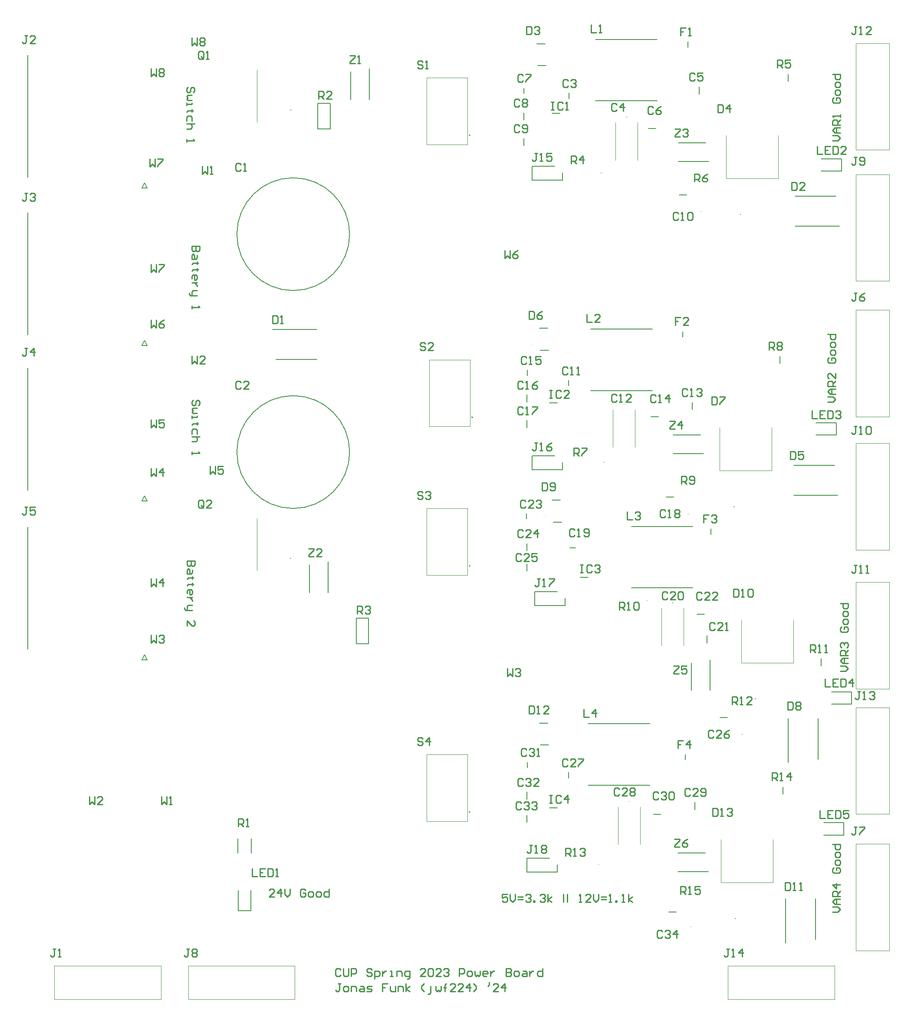
<source format=gto>
G04*
G04 #@! TF.GenerationSoftware,Altium Limited,Altium Designer,23.1.1 (15)*
G04*
G04 Layer_Color=65535*
%FSLAX44Y44*%
%MOMM*%
G71*
G04*
G04 #@! TF.SameCoordinates,0EA7A712-66D5-4987-9214-F4AEDCE7AAE5*
G04*
G04*
G04 #@! TF.FilePolarity,Positive*
G04*
G01*
G75*
%ADD10C,0.2000*%
%ADD11C,0.1000*%
%ADD12C,0.1524*%
%ADD13C,0.1270*%
%ADD14C,0.2540*%
D10*
X1225500Y1218400D02*
G03*
X1225500Y1218400I-500J0D01*
G01*
X1176000Y320000D02*
G03*
X1176000Y320000I-500J0D01*
G01*
X1186000Y1105000D02*
G03*
X1186000Y1105000I-500J0D01*
G01*
X1181000Y1670000D02*
G03*
X1181000Y1670000I-500J0D01*
G01*
X1375500Y1594000D02*
G03*
X1375500Y1594000I-500J0D01*
G01*
X1350500Y1004500D02*
G03*
X1350500Y1004500I-500J0D01*
G01*
X1320500Y831000D02*
G03*
X1320500Y831000I-500J0D01*
G01*
X1270500Y835500D02*
G03*
X1270500Y835500I-500J0D01*
G01*
X1455500Y574500D02*
G03*
X1455500Y574500I-500J0D01*
G01*
X1355500Y199000D02*
G03*
X1355500Y199000I-500J0D01*
G01*
X1482150Y644000D02*
G03*
X1482150Y643000I0J-500D01*
G01*
D02*
G03*
X1482150Y644000I0J500D01*
G01*
D02*
G03*
X1482150Y643000I0J-500D01*
G01*
X574550Y1792500D02*
G03*
X575550Y1792500I500J0D01*
G01*
D02*
G03*
X574550Y1792500I-500J0D01*
G01*
D02*
G03*
X575550Y1792500I500J0D01*
G01*
X690000Y1125000D02*
G03*
X690000Y1125000I-110000J0D01*
G01*
Y1550000D02*
G03*
X690000Y1550000I-110000J0D01*
G01*
X574550Y917500D02*
G03*
X575550Y917500I500J0D01*
G01*
D02*
G03*
X574550Y917500I-500J0D01*
G01*
D02*
G03*
X575550Y917500I500J0D01*
G01*
X924000Y1744000D02*
G03*
X924000Y1742000I0J-1000D01*
G01*
D02*
G03*
X924000Y1744000I0J1000D01*
G01*
X1452150Y1589000D02*
G03*
X1452150Y1588000I0J-500D01*
G01*
D02*
G03*
X1452150Y1589000I0J500D01*
G01*
D02*
G03*
X1452150Y1588000I0J-500D01*
G01*
X1230500Y1778400D02*
G03*
X1230500Y1778400I-500J0D01*
G01*
X929000Y1194000D02*
G03*
X929000Y1192000I0J-1000D01*
G01*
D02*
G03*
X929000Y1194000I0J1000D01*
G01*
X1440000Y1019100D02*
G03*
X1440000Y1018100I0J-500D01*
G01*
D02*
G03*
X1440000Y1019100I0J500D01*
G01*
D02*
G03*
X1440000Y1018100I0J-500D01*
G01*
X924000Y904000D02*
G03*
X924000Y902000I0J-1000D01*
G01*
D02*
G03*
X924000Y904000I0J1000D01*
G01*
Y424000D02*
G03*
X924000Y422000I0J-1000D01*
G01*
D02*
G03*
X924000Y424000I0J1000D01*
G01*
X1442150Y215900D02*
G03*
X1442150Y214900I0J-500D01*
G01*
D02*
G03*
X1442150Y215900I0J500D01*
G01*
D02*
G03*
X1442150Y214900I0J-500D01*
G01*
X1235500Y443400D02*
G03*
X1235500Y443400I-500J0D01*
G01*
X473000Y230750D02*
Y270000D01*
Y230750D02*
X497000D01*
Y270000D01*
X1630000Y633000D02*
X1669250D01*
Y657000D01*
X1630000D02*
X1669250D01*
X1036200Y893000D02*
Y907000D01*
Y403000D02*
Y417000D01*
X1333000Y1626900D02*
X1347000D01*
X1308000Y1036900D02*
X1322000D01*
X1386900Y753000D02*
Y767000D01*
X1356900Y660320D02*
Y713680D01*
X1393100Y660320D02*
Y719750D01*
X1413000Y606900D02*
X1427000D01*
X1313000Y228100D02*
X1327000D01*
X1085250Y1785800D02*
X1100500D01*
X1363100Y428000D02*
Y442000D01*
X1358100Y1208000D02*
Y1222000D01*
X1371900Y1823000D02*
Y1837000D01*
X703000Y751000D02*
X727000D01*
Y801000D01*
X703000D02*
X727000D01*
X703000Y751000D02*
Y801000D01*
X540000Y1364220D02*
X625700D01*
X546300Y1305780D02*
X625700D01*
X691880Y1812980D02*
Y1867020D01*
X728120Y1812980D02*
Y1872750D01*
X628000Y1755000D02*
Y1805000D01*
X652000D01*
Y1755000D02*
Y1805000D01*
X628000Y1755000D02*
X652000D01*
X611880Y850980D02*
Y905020D01*
X648120Y850980D02*
Y910750D01*
X1118200Y1814750D02*
Y1825250D01*
X1559300Y1565780D02*
X1645000D01*
X1559300Y1624220D02*
X1638700D01*
X1350000Y1914750D02*
Y1925250D01*
X1331320Y1691900D02*
X1390750D01*
X1331320Y1728100D02*
X1384680D01*
X1057300Y1878500D02*
X1073300D01*
X1057300D02*
X1073300D01*
X1055300Y1921500D02*
X1071300D01*
X1055300D02*
X1071300D01*
X1545500Y1848000D02*
Y1862000D01*
X1273000Y1756300D02*
X1287000D01*
X1030000Y1723000D02*
Y1737000D01*
Y1773000D02*
Y1787000D01*
Y1824750D02*
Y1835250D01*
X1045900Y1682700D02*
X1090000D01*
X1045900Y1655450D02*
Y1682700D01*
Y1655450D02*
X1105200D01*
Y1670000D01*
X1610000Y1697000D02*
X1649250D01*
Y1673000D02*
Y1697000D01*
X1610000Y1673000D02*
X1649250D01*
X1116800Y1254750D02*
Y1265250D01*
X1556300Y1040780D02*
X1642000D01*
X1556300Y1099220D02*
X1635700D01*
X1339700Y1349750D02*
Y1360250D01*
X1080250Y1220800D02*
X1095500D01*
X1321320Y1121900D02*
X1380750D01*
X1321320Y1158100D02*
X1374680D01*
X1062300Y1323500D02*
X1078300D01*
X1062300D02*
X1078300D01*
X1060300Y1366500D02*
X1076300D01*
X1060300D02*
X1076300D01*
X1529500Y1298000D02*
Y1312000D01*
X1278000Y1193700D02*
X1292000D01*
X1036200Y1173000D02*
Y1187000D01*
Y1223000D02*
Y1237000D01*
X1036800Y1274750D02*
Y1285250D01*
X1045900Y1117700D02*
X1090000D01*
X1045900Y1090450D02*
Y1117700D01*
Y1090450D02*
X1105200D01*
Y1105000D01*
X1600000Y1182000D02*
X1639250D01*
Y1158000D02*
Y1182000D01*
X1600000Y1158000D02*
X1639250D01*
X1119750Y938200D02*
X1130250D01*
X1545780Y520000D02*
Y605700D01*
X1604220Y526300D02*
Y605700D01*
X1395000Y964750D02*
Y975250D01*
X1140250Y880800D02*
X1155500D01*
X1087300Y988500D02*
X1103300D01*
X1087300D02*
X1103300D01*
X1085300Y1031500D02*
X1101300D01*
X1085300D02*
X1101300D01*
X1609500Y708000D02*
Y722000D01*
X1368000Y808700D02*
X1382000D01*
X1036200Y933000D02*
Y947000D01*
X1035000Y994750D02*
Y1005250D01*
X1051300Y852700D02*
X1095400D01*
X1051300Y825450D02*
Y852700D01*
Y825450D02*
X1110600D01*
Y840000D01*
X1116800Y489750D02*
Y500250D01*
X1540780Y168000D02*
Y253700D01*
X1599220Y174300D02*
Y253700D01*
X1344700Y524750D02*
Y535250D01*
X1080250Y430800D02*
X1095500D01*
X1330320Y306900D02*
X1389750D01*
X1330320Y343100D02*
X1383680D01*
X1062300Y553500D02*
X1078300D01*
X1062300D02*
X1078300D01*
X1060300Y596500D02*
X1076300D01*
X1060300D02*
X1076300D01*
X1535000Y458000D02*
Y472000D01*
X1283000Y418700D02*
X1297000D01*
X1036200Y448000D02*
Y462000D01*
X1036800Y509750D02*
Y520250D01*
X1035900Y332700D02*
X1080000D01*
X1035900Y305450D02*
Y332700D01*
Y305450D02*
X1095200D01*
Y320000D01*
X1615000Y402000D02*
X1654250D01*
Y378000D02*
Y402000D01*
X1615000Y378000D02*
X1654250D01*
D11*
X1039300Y1890000D02*
G03*
X1039300Y1889000I0J-500D01*
G01*
D02*
G03*
X1039300Y1890000I0J500D01*
G01*
X1044300Y1335000D02*
G03*
X1044300Y1334000I0J-500D01*
G01*
D02*
G03*
X1044300Y1335000I0J500D01*
G01*
X1069300Y1000000D02*
G03*
X1069300Y999000I0J-500D01*
G01*
D02*
G03*
X1069300Y1000000I0J500D01*
G01*
X1044300Y565000D02*
G03*
X1044300Y564000I0J-500D01*
G01*
D02*
G03*
X1044300Y565000I0J500D01*
G01*
X1203500Y1134700D02*
Y1207700D01*
X1246500Y1134700D02*
Y1207700D01*
X1677500Y418800D02*
X1742500D01*
Y626600D01*
X1677500D02*
X1742500D01*
X1677500Y418800D02*
Y626600D01*
X1298500Y747300D02*
Y820300D01*
X1341500Y747300D02*
Y820300D01*
X1555800Y713650D02*
Y797500D01*
Y713650D02*
Y797500D01*
X1454200Y713650D02*
X1555800D01*
X1454200D02*
X1555800D01*
X1454200D02*
Y797500D01*
Y713650D02*
Y797500D01*
X114200Y57500D02*
X322000D01*
X114200D02*
Y122500D01*
X322000D01*
Y57500D02*
Y122500D01*
X509000Y1769200D02*
Y1870800D01*
Y894200D02*
Y995800D01*
X1677500Y934200D02*
Y1142000D01*
X1742500D01*
Y934200D02*
Y1142000D01*
X1677500Y934200D02*
X1742500D01*
X1677500Y1458800D02*
Y1666600D01*
X1742500D01*
Y1458800D02*
Y1666600D01*
X1677500Y1458800D02*
X1742500D01*
X375000Y57500D02*
X582800D01*
X375000D02*
Y122500D01*
X582800D01*
Y57500D02*
Y122500D01*
X1742500Y152600D02*
Y360400D01*
X1677500Y152600D02*
X1742500D01*
X1677500D02*
Y360400D01*
X1742500D01*
X1677500Y1194200D02*
Y1402000D01*
X1742500D01*
Y1194200D02*
Y1402000D01*
X1677500Y1194200D02*
X1742500D01*
X1428000Y57500D02*
X1635800D01*
X1428000D02*
Y122500D01*
X1635800D01*
Y57500D02*
Y122500D01*
X1677500Y1714200D02*
Y1922000D01*
X1742500D01*
Y1714200D02*
Y1922000D01*
X1677500Y1714200D02*
X1742500D01*
X1677500Y663400D02*
Y871200D01*
X1742500D01*
Y663400D02*
Y871200D01*
X1677500Y663400D02*
X1742500D01*
X840500Y1855000D02*
X919500D01*
Y1725000D02*
Y1855000D01*
X840500Y1725000D02*
X919500D01*
X840500D02*
Y1855000D01*
X1424200Y1658650D02*
Y1742500D01*
Y1658650D02*
Y1742500D01*
Y1658650D02*
X1525800D01*
X1424200D02*
X1525800D01*
Y1742500D01*
Y1658650D02*
Y1742500D01*
X1251500Y1694700D02*
Y1767700D01*
X1208500Y1694700D02*
Y1767700D01*
X845500Y1305000D02*
X924500D01*
Y1175000D02*
Y1305000D01*
X845500Y1175000D02*
X924500D01*
X845500D02*
Y1305000D01*
X1412050Y1088750D02*
Y1172600D01*
Y1088750D02*
Y1172600D01*
Y1088750D02*
X1513650D01*
X1412050D02*
X1513650D01*
Y1172600D01*
Y1088750D02*
Y1172600D01*
X840500Y1015000D02*
X919500D01*
Y885000D02*
Y1015000D01*
X840500Y885000D02*
X919500D01*
X840500D02*
Y1015000D01*
Y535000D02*
X919500D01*
Y405000D02*
Y535000D01*
X840500Y405000D02*
X919500D01*
X840500D02*
Y535000D01*
X1414200Y285550D02*
Y369400D01*
Y285550D02*
Y369400D01*
Y285550D02*
X1515800D01*
X1414200D02*
X1515800D01*
Y369400D01*
Y285550D02*
Y369400D01*
X1256500Y359700D02*
Y432700D01*
X1213500Y359700D02*
Y432700D01*
D12*
X471792Y342662D02*
Y370602D01*
X498208Y342662D02*
Y370602D01*
D13*
X62050Y1660900D02*
Y1899100D01*
X285000Y1640000D02*
X295000D01*
X285000D02*
X290000Y1650000D01*
X295000Y1640000D01*
X62050Y1353600D02*
Y1591800D01*
X285000Y1332700D02*
X295000D01*
X285000D02*
X290000Y1342700D01*
X295000Y1332700D01*
X62050Y1050900D02*
Y1289100D01*
X285000Y1030000D02*
X295000D01*
X285000D02*
X290000Y1040000D01*
X295000Y1030000D01*
X62050Y740900D02*
Y979100D01*
X285000Y720000D02*
X295000D01*
X285000D02*
X290000Y730000D01*
X295000Y720000D01*
X1169500Y1810000D02*
X1289500D01*
X1169500Y1930000D02*
X1289500D01*
X1160500Y1245000D02*
X1280500D01*
X1160500Y1365000D02*
X1280500D01*
X1239500Y860000D02*
X1359500D01*
X1239500Y980000D02*
X1359500D01*
X1155000Y475000D02*
X1275000D01*
X1155000Y595000D02*
X1275000D01*
D14*
X1211113Y1235078D02*
X1208574Y1237617D01*
X1203495D01*
X1200956Y1235078D01*
Y1224922D01*
X1203495Y1222383D01*
X1208574D01*
X1211113Y1224922D01*
X1216191Y1222383D02*
X1221270D01*
X1218730D01*
Y1237617D01*
X1216191Y1235078D01*
X1239044Y1222383D02*
X1228887D01*
X1239044Y1232539D01*
Y1235078D01*
X1236505Y1237617D01*
X1231426D01*
X1228887Y1235078D01*
X382540Y1932775D02*
Y1917540D01*
X387618Y1922618D01*
X392697Y1917540D01*
Y1932775D01*
X397775Y1930236D02*
X400314Y1932775D01*
X405393D01*
X407932Y1930236D01*
Y1927697D01*
X405393Y1925157D01*
X407932Y1922618D01*
Y1920079D01*
X405393Y1917540D01*
X400314D01*
X397775Y1920079D01*
Y1922618D01*
X400314Y1925157D01*
X397775Y1927697D01*
Y1930236D01*
X400314Y1925157D02*
X405393D01*
X302540Y1872775D02*
Y1857540D01*
X307618Y1862618D01*
X312697Y1857540D01*
Y1872775D01*
X317775Y1870236D02*
X320314Y1872775D01*
X325393D01*
X327932Y1870236D01*
Y1867697D01*
X325393Y1865157D01*
X327932Y1862618D01*
Y1860079D01*
X325393Y1857540D01*
X320314D01*
X317775Y1860079D01*
Y1862618D01*
X320314Y1865157D01*
X317775Y1867697D01*
Y1870236D01*
X320314Y1865157D02*
X325393D01*
X300398Y1696734D02*
Y1681499D01*
X305476Y1686578D01*
X310555Y1681499D01*
Y1696734D01*
X315633D02*
X325790D01*
Y1694195D01*
X315633Y1684039D01*
Y1681499D01*
X302943Y1491236D02*
Y1476001D01*
X308021Y1481079D01*
X313099Y1476001D01*
Y1491236D01*
X318178D02*
X328334D01*
Y1488697D01*
X318178Y1478540D01*
Y1476001D01*
X992540Y1517775D02*
Y1502540D01*
X997618Y1507618D01*
X1002697Y1502540D01*
Y1517775D01*
X1017932D02*
X1012853Y1515236D01*
X1007775Y1510157D01*
Y1505079D01*
X1010314Y1502540D01*
X1015393D01*
X1017932Y1505079D01*
Y1507618D01*
X1015393Y1510157D01*
X1007775D01*
X302540Y1382775D02*
Y1367540D01*
X307618Y1372618D01*
X312697Y1367540D01*
Y1382775D01*
X327932D02*
X322853Y1380236D01*
X317775Y1375157D01*
Y1370079D01*
X320314Y1367540D01*
X325393D01*
X327932Y1370079D01*
Y1372618D01*
X325393Y1375157D01*
X317775D01*
X417540Y1097775D02*
Y1082540D01*
X422618Y1087618D01*
X427697Y1082540D01*
Y1097775D01*
X442932D02*
X432775D01*
Y1090157D01*
X437853Y1092697D01*
X440393D01*
X442932Y1090157D01*
Y1085079D01*
X440393Y1082540D01*
X435314D01*
X432775Y1085079D01*
X302540Y1187775D02*
Y1172540D01*
X307618Y1177618D01*
X312697Y1172540D01*
Y1187775D01*
X327932D02*
X317775D01*
Y1180157D01*
X322853Y1182697D01*
X325393D01*
X327932Y1180157D01*
Y1175079D01*
X325393Y1172540D01*
X320314D01*
X317775Y1175079D01*
X302540Y1092775D02*
Y1077540D01*
X307618Y1082618D01*
X312697Y1077540D01*
Y1092775D01*
X325393Y1077540D02*
Y1092775D01*
X317775Y1085157D01*
X327932D01*
X302540Y877775D02*
Y862540D01*
X307618Y867618D01*
X312697Y862540D01*
Y877775D01*
X325393Y862540D02*
Y877775D01*
X317775Y870157D01*
X327932D01*
X997540Y702775D02*
Y687540D01*
X1002618Y692618D01*
X1007697Y687540D01*
Y702775D01*
X1012775Y700236D02*
X1015314Y702775D01*
X1020393D01*
X1022932Y700236D01*
Y697697D01*
X1020393Y695157D01*
X1017853D01*
X1020393D01*
X1022932Y692618D01*
Y690079D01*
X1020393Y687540D01*
X1015314D01*
X1012775Y690079D01*
X302540Y767775D02*
Y752540D01*
X307618Y757618D01*
X312697Y752540D01*
Y767775D01*
X317775Y765236D02*
X320314Y767775D01*
X325393D01*
X327932Y765236D01*
Y762697D01*
X325393Y760157D01*
X322853D01*
X325393D01*
X327932Y757618D01*
Y755079D01*
X325393Y752540D01*
X320314D01*
X317775Y755079D01*
X182540Y452775D02*
Y437540D01*
X187618Y442618D01*
X192697Y437540D01*
Y452775D01*
X207932Y437540D02*
X197775D01*
X207932Y447697D01*
Y450236D01*
X205393Y452775D01*
X200314D01*
X197775Y450236D01*
X382540Y1312775D02*
Y1297540D01*
X387618Y1302618D01*
X392697Y1297540D01*
Y1312775D01*
X407932Y1297540D02*
X397775D01*
X407932Y1307697D01*
Y1310236D01*
X405393Y1312775D01*
X400314D01*
X397775Y1310236D01*
X402540Y1682775D02*
Y1667540D01*
X407618Y1672618D01*
X412697Y1667540D01*
Y1682775D01*
X417775Y1667540D02*
X422853D01*
X420314D01*
Y1682775D01*
X417775Y1680236D01*
X322540Y452775D02*
Y437540D01*
X327618Y442618D01*
X332697Y437540D01*
Y452775D01*
X337775Y437540D02*
X342853D01*
X340314D01*
Y452775D01*
X337775Y450236D01*
X387853Y912460D02*
X372618D01*
Y904843D01*
X375158Y902303D01*
X377697D01*
X380236Y904843D01*
Y912460D01*
Y904843D01*
X382775Y902303D01*
X385314D01*
X387853Y904843D01*
Y912460D01*
X382775Y894686D02*
Y889607D01*
X380236Y887068D01*
X372618D01*
Y894686D01*
X375158Y897225D01*
X377697Y894686D01*
Y887068D01*
X385314Y879451D02*
X382775D01*
Y881990D01*
Y876911D01*
Y879451D01*
X375158D01*
X372618Y876911D01*
X385314Y866755D02*
X382775D01*
Y869294D01*
Y864216D01*
Y866755D01*
X375158D01*
X372618Y864216D01*
Y848980D02*
Y854059D01*
X375158Y856598D01*
X380236D01*
X382775Y854059D01*
Y848980D01*
X380236Y846441D01*
X377697D01*
Y856598D01*
X382775Y841363D02*
X372618D01*
X377697D01*
X380236Y838824D01*
X382775Y836285D01*
Y833745D01*
Y826128D02*
X375158D01*
X372618Y823589D01*
Y815971D01*
X370079D01*
X367540Y818510D01*
Y821050D01*
X372618Y815971D02*
X382775D01*
X372618Y785501D02*
Y795658D01*
X382775Y785501D01*
X385314D01*
X387853Y788040D01*
Y793119D01*
X385314Y795658D01*
X394758Y1216327D02*
X397297Y1218866D01*
Y1223944D01*
X394758Y1226483D01*
X392219D01*
X389679Y1223944D01*
Y1218866D01*
X387140Y1216327D01*
X384601D01*
X382062Y1218866D01*
Y1223944D01*
X384601Y1226483D01*
X392219Y1211248D02*
X384601D01*
X382062Y1208709D01*
X384601Y1206170D01*
X382062Y1203631D01*
X384601Y1201092D01*
X392219D01*
X382062Y1196013D02*
Y1190935D01*
Y1193474D01*
X392219D01*
Y1196013D01*
X394758Y1180778D02*
X392219D01*
Y1183317D01*
Y1178239D01*
Y1180778D01*
X384601D01*
X382062Y1178239D01*
X392219Y1160465D02*
Y1168082D01*
X389679Y1170621D01*
X384601D01*
X382062Y1168082D01*
Y1160465D01*
X397297Y1155387D02*
X382062D01*
X389679D01*
X392219Y1152847D01*
Y1147769D01*
X389679Y1145230D01*
X382062D01*
Y1124916D02*
Y1119838D01*
Y1122377D01*
X397297D01*
X394758Y1124916D01*
X397375Y1526483D02*
X382140D01*
Y1518866D01*
X384679Y1516327D01*
X387219D01*
X389758Y1518866D01*
Y1526483D01*
Y1518866D01*
X392297Y1516327D01*
X394836D01*
X397375Y1518866D01*
Y1526483D01*
X392297Y1508709D02*
Y1503631D01*
X389758Y1501092D01*
X382140D01*
Y1508709D01*
X384679Y1511248D01*
X387219Y1508709D01*
Y1501092D01*
X394836Y1493474D02*
X392297D01*
Y1496013D01*
Y1490935D01*
Y1493474D01*
X384679D01*
X382140Y1490935D01*
X394836Y1480778D02*
X392297D01*
Y1483317D01*
Y1478239D01*
Y1480778D01*
X384679D01*
X382140Y1478239D01*
Y1463004D02*
Y1468082D01*
X384679Y1470621D01*
X389758D01*
X392297Y1468082D01*
Y1463004D01*
X389758Y1460465D01*
X387219D01*
Y1470621D01*
X392297Y1455387D02*
X382140D01*
X387219D01*
X389758Y1452847D01*
X392297Y1450308D01*
Y1447769D01*
Y1440151D02*
X384679D01*
X382140Y1437612D01*
Y1429995D01*
X379601D01*
X377062Y1432534D01*
Y1435073D01*
X382140Y1429995D02*
X392297D01*
X382140Y1409681D02*
Y1404603D01*
Y1407142D01*
X397375D01*
X394836Y1409681D01*
X384758Y1826327D02*
X387297Y1828866D01*
Y1833944D01*
X384758Y1836483D01*
X382219D01*
X379680Y1833944D01*
Y1828866D01*
X377140Y1826327D01*
X374601D01*
X372062Y1828866D01*
Y1833944D01*
X374601Y1836483D01*
X382219Y1821248D02*
X374601D01*
X372062Y1818709D01*
X374601Y1816170D01*
X372062Y1813631D01*
X374601Y1811092D01*
X382219D01*
X372062Y1806013D02*
Y1800935D01*
Y1803474D01*
X382219D01*
Y1806013D01*
X384758Y1790778D02*
X382219D01*
Y1793317D01*
Y1788239D01*
Y1790778D01*
X374601D01*
X372062Y1788239D01*
X382219Y1770465D02*
Y1778082D01*
X379680Y1780621D01*
X374601D01*
X372062Y1778082D01*
Y1770465D01*
X387297Y1765387D02*
X372062D01*
X379680D01*
X382219Y1762847D01*
Y1757769D01*
X379680Y1755230D01*
X372062D01*
Y1734916D02*
Y1729838D01*
Y1732377D01*
X387297D01*
X384758Y1734916D01*
X1632225Y227540D02*
X1642382D01*
X1647460Y232618D01*
X1642382Y237697D01*
X1632225D01*
X1647460Y242775D02*
X1637303D01*
X1632225Y247853D01*
X1637303Y252932D01*
X1647460D01*
X1639843D01*
Y242775D01*
X1647460Y258010D02*
X1632225D01*
Y265628D01*
X1634764Y268167D01*
X1639843D01*
X1642382Y265628D01*
Y258010D01*
Y263088D02*
X1647460Y268167D01*
Y280863D02*
X1632225D01*
X1639843Y273245D01*
Y283402D01*
X1634764Y313872D02*
X1632225Y311333D01*
Y306255D01*
X1634764Y303715D01*
X1644921D01*
X1647460Y306255D01*
Y311333D01*
X1644921Y313872D01*
X1639843D01*
Y308794D01*
X1647460Y321490D02*
Y326568D01*
X1644921Y329107D01*
X1639843D01*
X1637303Y326568D01*
Y321490D01*
X1639843Y318950D01*
X1644921D01*
X1647460Y321490D01*
Y336725D02*
Y341803D01*
X1644921Y344342D01*
X1639843D01*
X1637303Y341803D01*
Y336725D01*
X1639843Y334185D01*
X1644921D01*
X1647460Y336725D01*
X1632225Y359577D02*
X1647460D01*
Y351960D01*
X1644921Y349421D01*
X1639843D01*
X1637303Y351960D01*
Y359577D01*
X1647225Y697540D02*
X1657382D01*
X1662460Y702618D01*
X1657382Y707697D01*
X1647225D01*
X1662460Y712775D02*
X1652303D01*
X1647225Y717853D01*
X1652303Y722932D01*
X1662460D01*
X1654842D01*
Y712775D01*
X1662460Y728010D02*
X1647225D01*
Y735628D01*
X1649764Y738167D01*
X1654842D01*
X1657382Y735628D01*
Y728010D01*
Y733089D02*
X1662460Y738167D01*
X1649764Y743245D02*
X1647225Y745784D01*
Y750863D01*
X1649764Y753402D01*
X1652303D01*
X1654842Y750863D01*
Y748324D01*
Y750863D01*
X1657382Y753402D01*
X1659921D01*
X1662460Y750863D01*
Y745784D01*
X1659921Y743245D01*
X1649764Y783872D02*
X1647225Y781333D01*
Y776255D01*
X1649764Y773715D01*
X1659921D01*
X1662460Y776255D01*
Y781333D01*
X1659921Y783872D01*
X1654842D01*
Y778794D01*
X1662460Y791490D02*
Y796568D01*
X1659921Y799107D01*
X1654842D01*
X1652303Y796568D01*
Y791490D01*
X1654842Y788950D01*
X1659921D01*
X1662460Y791490D01*
Y806725D02*
Y811803D01*
X1659921Y814342D01*
X1654842D01*
X1652303Y811803D01*
Y806725D01*
X1654842Y804185D01*
X1659921D01*
X1662460Y806725D01*
X1647225Y829577D02*
X1662460D01*
Y821960D01*
X1659921Y819421D01*
X1654842D01*
X1652303Y821960D01*
Y829577D01*
X1622225Y1222540D02*
X1632382D01*
X1637460Y1227618D01*
X1632382Y1232697D01*
X1622225D01*
X1637460Y1237775D02*
X1627303D01*
X1622225Y1242853D01*
X1627303Y1247932D01*
X1637460D01*
X1629843D01*
Y1237775D01*
X1637460Y1253010D02*
X1622225D01*
Y1260628D01*
X1624764Y1263167D01*
X1629843D01*
X1632382Y1260628D01*
Y1253010D01*
Y1258089D02*
X1637460Y1263167D01*
Y1278402D02*
Y1268245D01*
X1627303Y1278402D01*
X1624764D01*
X1622225Y1275863D01*
Y1270784D01*
X1624764Y1268245D01*
Y1308872D02*
X1622225Y1306333D01*
Y1301254D01*
X1624764Y1298715D01*
X1634921D01*
X1637460Y1301254D01*
Y1306333D01*
X1634921Y1308872D01*
X1629843D01*
Y1303794D01*
X1637460Y1316490D02*
Y1321568D01*
X1634921Y1324107D01*
X1629843D01*
X1627303Y1321568D01*
Y1316490D01*
X1629843Y1313950D01*
X1634921D01*
X1637460Y1316490D01*
Y1331725D02*
Y1336803D01*
X1634921Y1339342D01*
X1629843D01*
X1627303Y1336803D01*
Y1331725D01*
X1629843Y1329185D01*
X1634921D01*
X1637460Y1331725D01*
X1622225Y1354577D02*
X1637460D01*
Y1346960D01*
X1634921Y1344421D01*
X1629843D01*
X1627303Y1346960D01*
Y1354577D01*
X1632225Y1732540D02*
X1642382D01*
X1647460Y1737618D01*
X1642382Y1742697D01*
X1632225D01*
X1647460Y1747775D02*
X1637303D01*
X1632225Y1752853D01*
X1637303Y1757932D01*
X1647460D01*
X1639843D01*
Y1747775D01*
X1647460Y1763010D02*
X1632225D01*
Y1770628D01*
X1634764Y1773167D01*
X1639843D01*
X1642382Y1770628D01*
Y1763010D01*
Y1768089D02*
X1647460Y1773167D01*
Y1778245D02*
Y1783324D01*
Y1780784D01*
X1632225D01*
X1634764Y1778245D01*
Y1816333D02*
X1632225Y1813794D01*
Y1808715D01*
X1634764Y1806176D01*
X1644921D01*
X1647460Y1808715D01*
Y1813794D01*
X1644921Y1816333D01*
X1639843D01*
Y1811254D01*
X1647460Y1823950D02*
Y1829029D01*
X1644921Y1831568D01*
X1639843D01*
X1637303Y1829029D01*
Y1823950D01*
X1639843Y1821411D01*
X1644921D01*
X1647460Y1823950D01*
Y1839185D02*
Y1844264D01*
X1644921Y1846803D01*
X1639843D01*
X1637303Y1844264D01*
Y1839185D01*
X1639843Y1836646D01*
X1644921D01*
X1647460Y1839185D01*
X1632225Y1862038D02*
X1647460D01*
Y1854421D01*
X1644921Y1851881D01*
X1639843D01*
X1637303Y1854421D01*
Y1862038D01*
X542697Y257540D02*
X532540D01*
X542697Y267697D01*
Y270236D01*
X540158Y272775D01*
X535079D01*
X532540Y270236D01*
X555393Y257540D02*
Y272775D01*
X547775Y265158D01*
X557932D01*
X563010Y272775D02*
Y262618D01*
X568088Y257540D01*
X573167Y262618D01*
Y272775D01*
X603637Y270236D02*
X601098Y272775D01*
X596020D01*
X593480Y270236D01*
Y260079D01*
X596020Y257540D01*
X601098D01*
X603637Y260079D01*
Y265158D01*
X598559D01*
X611255Y257540D02*
X616333D01*
X618872Y260079D01*
Y265158D01*
X616333Y267697D01*
X611255D01*
X608715Y265158D01*
Y260079D01*
X611255Y257540D01*
X626490D02*
X631568D01*
X634107Y260079D01*
Y265158D01*
X631568Y267697D01*
X626490D01*
X623950Y265158D01*
Y260079D01*
X626490Y257540D01*
X649342Y272775D02*
Y257540D01*
X641725D01*
X639185Y260079D01*
Y265158D01*
X641725Y267697D01*
X649342D01*
X997697Y262775D02*
X987540D01*
Y255158D01*
X992618Y257697D01*
X995157D01*
X997697Y255158D01*
Y250079D01*
X995157Y247540D01*
X990079D01*
X987540Y250079D01*
X1002775Y262775D02*
Y252618D01*
X1007853Y247540D01*
X1012932Y252618D01*
Y262775D01*
X1018010Y252618D02*
X1028167D01*
X1018010Y257697D02*
X1028167D01*
X1033245Y260236D02*
X1035784Y262775D01*
X1040863D01*
X1043402Y260236D01*
Y257697D01*
X1040863Y255158D01*
X1038324D01*
X1040863D01*
X1043402Y252618D01*
Y250079D01*
X1040863Y247540D01*
X1035784D01*
X1033245Y250079D01*
X1048480Y247540D02*
Y250079D01*
X1051020D01*
Y247540D01*
X1048480D01*
X1061176Y260236D02*
X1063715Y262775D01*
X1068794D01*
X1071333Y260236D01*
Y257697D01*
X1068794Y255158D01*
X1066255D01*
X1068794D01*
X1071333Y252618D01*
Y250079D01*
X1068794Y247540D01*
X1063715D01*
X1061176Y250079D01*
X1076411Y247540D02*
Y262775D01*
Y252618D02*
X1084029Y257697D01*
X1076411Y252618D02*
X1084029Y247540D01*
X1106881Y262775D02*
Y247540D01*
X1114499Y262775D02*
Y247540D01*
X1137352D02*
X1142430D01*
X1139891D01*
Y262775D01*
X1137352Y260236D01*
X1160204Y247540D02*
X1150047D01*
X1160204Y257697D01*
Y260236D01*
X1157665Y262775D01*
X1152587D01*
X1150047Y260236D01*
X1165283Y262775D02*
Y252618D01*
X1170361Y247540D01*
X1175439Y252618D01*
Y262775D01*
X1180518Y252618D02*
X1190674D01*
X1180518Y257697D02*
X1190674D01*
X1195753Y247540D02*
X1200831D01*
X1198292D01*
Y262775D01*
X1195753Y260236D01*
X1208448Y247540D02*
Y250079D01*
X1210988D01*
Y247540D01*
X1208448D01*
X1221144D02*
X1226223D01*
X1223684D01*
Y262775D01*
X1221144Y260236D01*
X1233840Y247540D02*
Y262775D01*
Y252618D02*
X1241458Y257697D01*
X1233840Y252618D02*
X1241458Y247540D01*
X672697Y115314D02*
X670157Y117853D01*
X665079D01*
X662540Y115314D01*
Y105157D01*
X665079Y102618D01*
X670157D01*
X672697Y105157D01*
X677775Y117853D02*
Y105157D01*
X680314Y102618D01*
X685393D01*
X687932Y105157D01*
Y117853D01*
X693010Y102618D02*
Y117853D01*
X700628D01*
X703167Y115314D01*
Y110236D01*
X700628Y107697D01*
X693010D01*
X733637Y115314D02*
X731098Y117853D01*
X726020D01*
X723480Y115314D01*
Y112775D01*
X726020Y110236D01*
X731098D01*
X733637Y107697D01*
Y105157D01*
X731098Y102618D01*
X726020D01*
X723480Y105157D01*
X738715Y97540D02*
Y112775D01*
X746333D01*
X748872Y110236D01*
Y105157D01*
X746333Y102618D01*
X738715D01*
X753950Y112775D02*
Y102618D01*
Y107697D01*
X756490Y110236D01*
X759029Y112775D01*
X761568D01*
X769185Y102618D02*
X774264D01*
X771725D01*
Y112775D01*
X769185D01*
X781881Y102618D02*
Y112775D01*
X789499D01*
X792038Y110236D01*
Y102618D01*
X802195Y97540D02*
X804734D01*
X807273Y100079D01*
Y112775D01*
X799656D01*
X797116Y110236D01*
Y105157D01*
X799656Y102618D01*
X807273D01*
X837743D02*
X827587D01*
X837743Y112775D01*
Y115314D01*
X835204Y117853D01*
X830126D01*
X827587Y115314D01*
X842822D02*
X845361Y117853D01*
X850439D01*
X852978Y115314D01*
Y105157D01*
X850439Y102618D01*
X845361D01*
X842822Y105157D01*
Y115314D01*
X868214Y102618D02*
X858057D01*
X868214Y112775D01*
Y115314D01*
X865674Y117853D01*
X860596D01*
X858057Y115314D01*
X873292D02*
X875831Y117853D01*
X880909D01*
X883449Y115314D01*
Y112775D01*
X880909Y110236D01*
X878370D01*
X880909D01*
X883449Y107697D01*
Y105157D01*
X880909Y102618D01*
X875831D01*
X873292Y105157D01*
X903762Y102618D02*
Y117853D01*
X911379D01*
X913919Y115314D01*
Y110236D01*
X911379Y107697D01*
X903762D01*
X921536Y102618D02*
X926615D01*
X929154Y105157D01*
Y110236D01*
X926615Y112775D01*
X921536D01*
X918997Y110236D01*
Y105157D01*
X921536Y102618D01*
X934232Y112775D02*
Y105157D01*
X936771Y102618D01*
X939311Y105157D01*
X941850Y102618D01*
X944389Y105157D01*
Y112775D01*
X957085Y102618D02*
X952006D01*
X949467Y105157D01*
Y110236D01*
X952006Y112775D01*
X957085D01*
X959624Y110236D01*
Y107697D01*
X949467D01*
X964702Y112775D02*
Y102618D01*
Y107697D01*
X967241Y110236D01*
X969781Y112775D01*
X972320D01*
X995172Y117853D02*
Y102618D01*
X1002790D01*
X1005329Y105157D01*
Y107697D01*
X1002790Y110236D01*
X995172D01*
X1002790D01*
X1005329Y112775D01*
Y115314D01*
X1002790Y117853D01*
X995172D01*
X1012947Y102618D02*
X1018025D01*
X1020564Y105157D01*
Y110236D01*
X1018025Y112775D01*
X1012947D01*
X1010407Y110236D01*
Y105157D01*
X1012947Y102618D01*
X1028182Y112775D02*
X1033260D01*
X1035799Y110236D01*
Y102618D01*
X1028182D01*
X1025643Y105157D01*
X1028182Y107697D01*
X1035799D01*
X1040878Y112775D02*
Y102618D01*
Y107697D01*
X1043417Y110236D01*
X1045956Y112775D01*
X1048495D01*
X1066269Y117853D02*
Y102618D01*
X1058652D01*
X1056113Y105157D01*
Y110236D01*
X1058652Y112775D01*
X1066269D01*
X672697Y87853D02*
X667618D01*
X670157D01*
Y75157D01*
X667618Y72618D01*
X665079D01*
X662540Y75157D01*
X680314Y72618D02*
X685393D01*
X687932Y75157D01*
Y80236D01*
X685393Y82775D01*
X680314D01*
X677775Y80236D01*
Y75157D01*
X680314Y72618D01*
X693010D02*
Y82775D01*
X700628D01*
X703167Y80236D01*
Y72618D01*
X710784Y82775D02*
X715863D01*
X718402Y80236D01*
Y72618D01*
X710784D01*
X708245Y75157D01*
X710784Y77697D01*
X718402D01*
X723480Y72618D02*
X731098D01*
X733637Y75157D01*
X731098Y77697D01*
X726020D01*
X723480Y80236D01*
X726020Y82775D01*
X733637D01*
X764107Y87853D02*
X753950D01*
Y80236D01*
X759029D01*
X753950D01*
Y72618D01*
X769185Y82775D02*
Y75157D01*
X771725Y72618D01*
X779342D01*
Y82775D01*
X784421Y72618D02*
Y82775D01*
X792038D01*
X794577Y80236D01*
Y72618D01*
X799656D02*
Y87853D01*
Y77697D02*
X807273Y82775D01*
X799656Y77697D02*
X807273Y72618D01*
X835204D02*
X830126Y77697D01*
Y82775D01*
X835204Y87853D01*
X842822Y67540D02*
X845361D01*
X847900Y70079D01*
Y82775D01*
X858057D02*
Y75157D01*
X860596Y72618D01*
X863135Y75157D01*
X865674Y72618D01*
X868214Y75157D01*
Y82775D01*
X875831Y72618D02*
Y85314D01*
Y80236D01*
X873292D01*
X878370D01*
X875831D01*
Y85314D01*
X878370Y87853D01*
X896144Y72618D02*
X885988D01*
X896144Y82775D01*
Y85314D01*
X893605Y87853D01*
X888527D01*
X885988Y85314D01*
X911379Y72618D02*
X901223D01*
X911379Y82775D01*
Y85314D01*
X908840Y87853D01*
X903762D01*
X901223Y85314D01*
X924075Y72618D02*
Y87853D01*
X916458Y80236D01*
X926615D01*
X931693Y72618D02*
X936771Y77697D01*
Y82775D01*
X931693Y87853D01*
X962163Y90393D02*
Y85314D01*
X959624Y82775D01*
X979937Y72618D02*
X969781D01*
X979937Y82775D01*
Y85314D01*
X977398Y87853D01*
X972320D01*
X969781Y85314D01*
X992633Y72618D02*
Y87853D01*
X985016Y80236D01*
X995172D01*
X1323586Y370183D02*
X1333743D01*
Y367644D01*
X1323586Y357487D01*
Y354948D01*
X1333743D01*
X1348978Y370183D02*
X1343899Y367644D01*
X1338821Y362565D01*
Y357487D01*
X1341360Y354948D01*
X1346439D01*
X1348978Y357487D01*
Y360026D01*
X1346439Y362565D01*
X1338821D01*
X1322304Y707617D02*
X1332461D01*
Y705078D01*
X1322304Y694922D01*
Y692383D01*
X1332461D01*
X1347696Y707617D02*
X1337539D01*
Y700000D01*
X1342617Y702539D01*
X1345157D01*
X1347696Y700000D01*
Y694922D01*
X1345157Y692383D01*
X1340078D01*
X1337539Y694922D01*
X1314442Y1185269D02*
X1324599D01*
Y1182730D01*
X1314442Y1172573D01*
Y1170034D01*
X1324599D01*
X1337295D02*
Y1185269D01*
X1329677Y1177652D01*
X1339834D01*
X1324602Y1755245D02*
X1334759D01*
Y1752706D01*
X1324602Y1742549D01*
Y1740010D01*
X1334759D01*
X1339837Y1752706D02*
X1342376Y1755245D01*
X1347455D01*
X1349994Y1752706D01*
Y1750167D01*
X1347455Y1747628D01*
X1344915D01*
X1347455D01*
X1349994Y1745088D01*
Y1742549D01*
X1347455Y1740010D01*
X1342376D01*
X1339837Y1742549D01*
X610100Y936857D02*
X620257D01*
Y934318D01*
X610100Y924161D01*
Y921622D01*
X620257D01*
X635492D02*
X625335D01*
X635492Y931779D01*
Y934318D01*
X632953Y936857D01*
X627874D01*
X625335Y934318D01*
X690110Y1898755D02*
X700267D01*
Y1896216D01*
X690110Y1886059D01*
Y1883520D01*
X700267D01*
X705345D02*
X710423D01*
X707884D01*
Y1898755D01*
X705345Y1896216D01*
X832855Y565764D02*
X830315Y568303D01*
X825237D01*
X822698Y565764D01*
Y563225D01*
X825237Y560686D01*
X830315D01*
X832855Y558146D01*
Y555607D01*
X830315Y553068D01*
X825237D01*
X822698Y555607D01*
X845551Y553068D02*
Y568303D01*
X837933Y560686D01*
X848090D01*
X832855Y1045824D02*
X830315Y1048363D01*
X825237D01*
X822698Y1045824D01*
Y1043285D01*
X825237Y1040745D01*
X830315D01*
X832855Y1038206D01*
Y1035667D01*
X830315Y1033128D01*
X825237D01*
X822698Y1035667D01*
X837933Y1045824D02*
X840472Y1048363D01*
X845551D01*
X848090Y1045824D01*
Y1043285D01*
X845551Y1040745D01*
X843011D01*
X845551D01*
X848090Y1038206D01*
Y1035667D01*
X845551Y1033128D01*
X840472D01*
X837933Y1035667D01*
X837681Y1335892D02*
X835142Y1338431D01*
X830063D01*
X827524Y1335892D01*
Y1333353D01*
X830063Y1330813D01*
X835142D01*
X837681Y1328274D01*
Y1325735D01*
X835142Y1323196D01*
X830063D01*
X827524Y1325735D01*
X852916Y1323196D02*
X842759D01*
X852916Y1333353D01*
Y1335892D01*
X850377Y1338431D01*
X845298D01*
X842759Y1335892D01*
X832855Y1885802D02*
X830315Y1888341D01*
X825237D01*
X822698Y1885802D01*
Y1883263D01*
X825237Y1880724D01*
X830315D01*
X832855Y1878184D01*
Y1875645D01*
X830315Y1873106D01*
X825237D01*
X822698Y1875645D01*
X837933Y1873106D02*
X843011D01*
X840472D01*
Y1888341D01*
X837933Y1885802D01*
X1335956Y262383D02*
Y277617D01*
X1343574D01*
X1346113Y275078D01*
Y270000D01*
X1343574Y267461D01*
X1335956D01*
X1341035D02*
X1346113Y262383D01*
X1351191D02*
X1356270D01*
X1353730D01*
Y277617D01*
X1351191Y275078D01*
X1374044Y277617D02*
X1363887D01*
Y270000D01*
X1368965Y272539D01*
X1371505D01*
X1374044Y270000D01*
Y264922D01*
X1371505Y262383D01*
X1366426D01*
X1363887Y264922D01*
X1514086Y484488D02*
Y499723D01*
X1521703D01*
X1524243Y497184D01*
Y492105D01*
X1521703Y489566D01*
X1514086D01*
X1519164D02*
X1524243Y484488D01*
X1529321D02*
X1534399D01*
X1531860D01*
Y499723D01*
X1529321Y497184D01*
X1549635Y484488D02*
Y499723D01*
X1542017Y492105D01*
X1552174D01*
X1110956Y337383D02*
Y352617D01*
X1118574D01*
X1121113Y350078D01*
Y345000D01*
X1118574Y342461D01*
X1110956D01*
X1116034D02*
X1121113Y337383D01*
X1126191D02*
X1131270D01*
X1128730D01*
Y352617D01*
X1126191Y350078D01*
X1138887D02*
X1141426Y352617D01*
X1146505D01*
X1149044Y350078D01*
Y347539D01*
X1146505Y345000D01*
X1143966D01*
X1146505D01*
X1149044Y342461D01*
Y339922D01*
X1146505Y337383D01*
X1141426D01*
X1138887Y339922D01*
X1435956Y632383D02*
Y647617D01*
X1443574D01*
X1446113Y645078D01*
Y640000D01*
X1443574Y637461D01*
X1435956D01*
X1441035D02*
X1446113Y632383D01*
X1451191D02*
X1456270D01*
X1453730D01*
Y647617D01*
X1451191Y645078D01*
X1474044Y632383D02*
X1463887D01*
X1474044Y642539D01*
Y645078D01*
X1471505Y647617D01*
X1466426D01*
X1463887Y645078D01*
X1588508Y734424D02*
Y749659D01*
X1596125D01*
X1598665Y747120D01*
Y742041D01*
X1596125Y739502D01*
X1588508D01*
X1593586D02*
X1598665Y734424D01*
X1603743D02*
X1608821D01*
X1606282D01*
Y749659D01*
X1603743Y747120D01*
X1616439Y734424D02*
X1621517D01*
X1618978D01*
Y749659D01*
X1616439Y747120D01*
X1215956Y817383D02*
Y832617D01*
X1223574D01*
X1226113Y830078D01*
Y825000D01*
X1223574Y822461D01*
X1215956D01*
X1221034D02*
X1226113Y817383D01*
X1231191D02*
X1236270D01*
X1233730D01*
Y832617D01*
X1231191Y830078D01*
X1243887D02*
X1246426Y832617D01*
X1251505D01*
X1254044Y830078D01*
Y819922D01*
X1251505Y817383D01*
X1246426D01*
X1243887Y819922D01*
Y830078D01*
X1337304Y1062383D02*
Y1077617D01*
X1344922D01*
X1347461Y1075078D01*
Y1070000D01*
X1344922Y1067461D01*
X1337304D01*
X1342383D02*
X1347461Y1062383D01*
X1352539Y1064922D02*
X1355078Y1062383D01*
X1360157D01*
X1362696Y1064922D01*
Y1075078D01*
X1360157Y1077617D01*
X1355078D01*
X1352539Y1075078D01*
Y1072539D01*
X1355078Y1070000D01*
X1362696D01*
X1508498Y1324466D02*
Y1339701D01*
X1516116D01*
X1518655Y1337162D01*
Y1332083D01*
X1516116Y1329544D01*
X1508498D01*
X1513576D02*
X1518655Y1324466D01*
X1523733Y1337162D02*
X1526272Y1339701D01*
X1531351D01*
X1533890Y1337162D01*
Y1334623D01*
X1531351Y1332083D01*
X1533890Y1329544D01*
Y1327005D01*
X1531351Y1324466D01*
X1526272D01*
X1523733Y1327005D01*
Y1329544D01*
X1526272Y1332083D01*
X1523733Y1334623D01*
Y1337162D01*
X1526272Y1332083D02*
X1531351D01*
X1127304Y1117383D02*
Y1132617D01*
X1134922D01*
X1137461Y1130078D01*
Y1125000D01*
X1134922Y1122461D01*
X1127304D01*
X1132383D02*
X1137461Y1117383D01*
X1142539Y1132617D02*
X1152696D01*
Y1130078D01*
X1142539Y1119922D01*
Y1117383D01*
X1362304Y1652383D02*
Y1667617D01*
X1369922D01*
X1372461Y1665078D01*
Y1660000D01*
X1369922Y1657461D01*
X1362304D01*
X1367383D02*
X1372461Y1652383D01*
X1387696Y1667617D02*
X1382617Y1665078D01*
X1377539Y1660000D01*
Y1654922D01*
X1380078Y1652383D01*
X1385157D01*
X1387696Y1654922D01*
Y1657461D01*
X1385157Y1660000D01*
X1377539D01*
X1524500Y1874376D02*
Y1889611D01*
X1532117D01*
X1534657Y1887072D01*
Y1881994D01*
X1532117Y1879454D01*
X1524500D01*
X1529578D02*
X1534657Y1874376D01*
X1549892Y1889611D02*
X1539735D01*
Y1881994D01*
X1544813Y1884533D01*
X1547353D01*
X1549892Y1881994D01*
Y1876915D01*
X1547353Y1874376D01*
X1542274D01*
X1539735Y1876915D01*
X1122304Y1687383D02*
Y1702617D01*
X1129922D01*
X1132461Y1700078D01*
Y1695000D01*
X1129922Y1692461D01*
X1122304D01*
X1127383D02*
X1132461Y1687383D01*
X1145157D02*
Y1702617D01*
X1137539Y1695000D01*
X1147696D01*
X704588Y809608D02*
Y824843D01*
X712206D01*
X714745Y822304D01*
Y817225D01*
X712206Y814686D01*
X704588D01*
X709666D02*
X714745Y809608D01*
X719823Y822304D02*
X722362Y824843D01*
X727441D01*
X729980Y822304D01*
Y819765D01*
X727441Y817225D01*
X724901D01*
X727441D01*
X729980Y814686D01*
Y812147D01*
X727441Y809608D01*
X722362D01*
X719823Y812147D01*
X629658Y1813670D02*
Y1828905D01*
X637276D01*
X639815Y1826366D01*
Y1821288D01*
X637276Y1818748D01*
X629658D01*
X634736D02*
X639815Y1813670D01*
X655050D02*
X644893D01*
X655050Y1823827D01*
Y1826366D01*
X652511Y1828905D01*
X647432D01*
X644893Y1826366D01*
X473194Y394572D02*
Y409807D01*
X480812D01*
X483351Y407268D01*
Y402189D01*
X480812Y399650D01*
X473194D01*
X478272D02*
X483351Y394572D01*
X488429D02*
X493507D01*
X490968D01*
Y409807D01*
X488429Y407268D01*
X404865Y1018903D02*
Y1029060D01*
X402326Y1031599D01*
X397247D01*
X394708Y1029060D01*
Y1018903D01*
X397247Y1016364D01*
X402326D01*
X399786Y1021442D02*
X404865Y1016364D01*
X402326D02*
X404865Y1018903D01*
X420100Y1016364D02*
X409943D01*
X420100Y1026521D01*
Y1029060D01*
X417561Y1031599D01*
X412482D01*
X409943Y1029060D01*
X404865Y1893933D02*
Y1904090D01*
X402326Y1906629D01*
X397247D01*
X394708Y1904090D01*
Y1893933D01*
X397247Y1891394D01*
X402326D01*
X399786Y1896472D02*
X404865Y1891394D01*
X402326D02*
X404865Y1893933D01*
X409943Y1891394D02*
X415021D01*
X412482D01*
Y1906629D01*
X409943Y1904090D01*
X1607050Y426063D02*
Y410828D01*
X1617207D01*
X1632442Y426063D02*
X1622285D01*
Y410828D01*
X1632442D01*
X1622285Y418446D02*
X1627363D01*
X1637520Y426063D02*
Y410828D01*
X1645138D01*
X1647677Y413367D01*
Y423524D01*
X1645138Y426063D01*
X1637520D01*
X1662912D02*
X1652755D01*
Y418446D01*
X1657834Y420985D01*
X1660373D01*
X1662912Y418446D01*
Y413367D01*
X1660373Y410828D01*
X1655294D01*
X1652755Y413367D01*
X1617069Y682617D02*
Y667383D01*
X1627226D01*
X1642461Y682617D02*
X1632304D01*
Y667383D01*
X1642461D01*
X1632304Y675000D02*
X1637383D01*
X1647539Y682617D02*
Y667383D01*
X1655157D01*
X1657696Y669922D01*
Y680078D01*
X1655157Y682617D01*
X1647539D01*
X1670392Y667383D02*
Y682617D01*
X1662774Y675000D01*
X1672931D01*
X1592064Y1206097D02*
Y1190862D01*
X1602221D01*
X1617456Y1206097D02*
X1607299D01*
Y1190862D01*
X1617456D01*
X1607299Y1198480D02*
X1612377D01*
X1622534Y1206097D02*
Y1190862D01*
X1630152D01*
X1632691Y1193401D01*
Y1203558D01*
X1630152Y1206097D01*
X1622534D01*
X1637769Y1203558D02*
X1640308Y1206097D01*
X1645387D01*
X1647926Y1203558D01*
Y1201019D01*
X1645387Y1198480D01*
X1642848D01*
X1645387D01*
X1647926Y1195940D01*
Y1193401D01*
X1645387Y1190862D01*
X1640308D01*
X1637769Y1193401D01*
X1601970Y1721209D02*
Y1705974D01*
X1612127D01*
X1627362Y1721209D02*
X1617205D01*
Y1705974D01*
X1627362D01*
X1617205Y1713591D02*
X1622283D01*
X1632440Y1721209D02*
Y1705974D01*
X1640058D01*
X1642597Y1708513D01*
Y1718670D01*
X1640058Y1721209D01*
X1632440D01*
X1657832Y1705974D02*
X1647675D01*
X1657832Y1716131D01*
Y1718670D01*
X1655293Y1721209D01*
X1650214D01*
X1647675Y1718670D01*
X499608Y312617D02*
Y297383D01*
X509765D01*
X525000Y312617D02*
X514843D01*
Y297383D01*
X525000D01*
X514843Y305000D02*
X519922D01*
X530078Y312617D02*
Y297383D01*
X537696D01*
X540235Y299922D01*
Y310078D01*
X537696Y312617D01*
X530078D01*
X545313Y297383D02*
X550392D01*
X547853D01*
Y312617D01*
X545313Y310078D01*
X1146802Y623421D02*
Y608186D01*
X1156959D01*
X1169655D02*
Y623421D01*
X1162037Y615803D01*
X1172194D01*
X1231384Y1008485D02*
Y993250D01*
X1241541D01*
X1246619Y1005946D02*
X1249158Y1008485D01*
X1254237D01*
X1256776Y1005946D01*
Y1003407D01*
X1254237Y1000867D01*
X1251697D01*
X1254237D01*
X1256776Y998328D01*
Y995789D01*
X1254237Y993250D01*
X1249158D01*
X1246619Y995789D01*
X1152390Y1393549D02*
Y1378314D01*
X1162547D01*
X1177782D02*
X1167625D01*
X1177782Y1388471D01*
Y1391010D01*
X1175243Y1393549D01*
X1170164D01*
X1167625Y1391010D01*
X1161280Y1958445D02*
Y1943210D01*
X1171437D01*
X1176515D02*
X1181593D01*
X1179054D01*
Y1958445D01*
X1176515Y1955906D01*
X1045961Y358245D02*
X1040882D01*
X1043421D01*
Y345549D01*
X1040882Y343010D01*
X1038343D01*
X1035804Y345549D01*
X1051039Y343010D02*
X1056117D01*
X1053578D01*
Y358245D01*
X1051039Y355706D01*
X1063735D02*
X1066274Y358245D01*
X1071352D01*
X1073892Y355706D01*
Y353167D01*
X1071352Y350628D01*
X1073892Y348088D01*
Y345549D01*
X1071352Y343010D01*
X1066274D01*
X1063735Y345549D01*
Y348088D01*
X1066274Y350628D01*
X1063735Y353167D01*
Y355706D01*
X1066274Y350628D02*
X1071352D01*
X1061201Y878183D02*
X1056122D01*
X1058661D01*
Y865487D01*
X1056122Y862948D01*
X1053583D01*
X1051044Y865487D01*
X1066279Y862948D02*
X1071357D01*
X1068818D01*
Y878183D01*
X1066279Y875644D01*
X1078975Y878183D02*
X1089132D01*
Y875644D01*
X1078975Y865487D01*
Y862948D01*
X1055867Y1143359D02*
X1050788D01*
X1053327D01*
Y1130663D01*
X1050788Y1128124D01*
X1048249D01*
X1045710Y1130663D01*
X1060945Y1128124D02*
X1066023D01*
X1063484D01*
Y1143359D01*
X1060945Y1140820D01*
X1083798Y1143359D02*
X1078719Y1140820D01*
X1073641Y1135742D01*
Y1130663D01*
X1076180Y1128124D01*
X1081258D01*
X1083798Y1130663D01*
Y1133202D01*
X1081258Y1135742D01*
X1073641D01*
X1055867Y1708255D02*
X1050788D01*
X1053327D01*
Y1695559D01*
X1050788Y1693020D01*
X1048249D01*
X1045710Y1695559D01*
X1060945Y1693020D02*
X1066023D01*
X1063484D01*
Y1708255D01*
X1060945Y1705716D01*
X1083798Y1708255D02*
X1073641D01*
Y1700638D01*
X1078719Y1703177D01*
X1081258D01*
X1083798Y1700638D01*
Y1695559D01*
X1081258Y1693020D01*
X1076180D01*
X1073641Y1695559D01*
X1430263Y155807D02*
X1425184D01*
X1427724D01*
Y143111D01*
X1425184Y140572D01*
X1422645D01*
X1420106Y143111D01*
X1435341Y140572D02*
X1440419D01*
X1437880D01*
Y155807D01*
X1435341Y153268D01*
X1455654Y140572D02*
Y155807D01*
X1448037Y148189D01*
X1458194D01*
X1686113Y657617D02*
X1681035D01*
X1683574D01*
Y644922D01*
X1681035Y642383D01*
X1678495D01*
X1675956Y644922D01*
X1691191Y642383D02*
X1696270D01*
X1693730D01*
Y657617D01*
X1691191Y655078D01*
X1703887D02*
X1706426Y657617D01*
X1711505D01*
X1714044Y655078D01*
Y652539D01*
X1711505Y650000D01*
X1708965D01*
X1711505D01*
X1714044Y647461D01*
Y644922D01*
X1711505Y642383D01*
X1706426D01*
X1703887Y644922D01*
X1679691Y1955397D02*
X1674612D01*
X1677151D01*
Y1942701D01*
X1674612Y1940162D01*
X1672073D01*
X1669534Y1942701D01*
X1684769Y1940162D02*
X1689847D01*
X1687308D01*
Y1955397D01*
X1684769Y1952858D01*
X1707622Y1940162D02*
X1697465D01*
X1707622Y1950319D01*
Y1952858D01*
X1705083Y1955397D01*
X1700004D01*
X1697465Y1952858D01*
X1679691Y904599D02*
X1674612D01*
X1677151D01*
Y891903D01*
X1674612Y889364D01*
X1672073D01*
X1669534Y891903D01*
X1684769Y889364D02*
X1689847D01*
X1687308D01*
Y904599D01*
X1684769Y902060D01*
X1697465Y889364D02*
X1702543D01*
X1700004D01*
Y904599D01*
X1697465Y902060D01*
X1679691Y1175363D02*
X1674612D01*
X1677151D01*
Y1162667D01*
X1674612Y1160128D01*
X1672073D01*
X1669534Y1162667D01*
X1684769Y1160128D02*
X1689847D01*
X1687308D01*
Y1175363D01*
X1684769Y1172824D01*
X1697465D02*
X1700004Y1175363D01*
X1705083D01*
X1707622Y1172824D01*
Y1162667D01*
X1705083Y1160128D01*
X1700004D01*
X1697465Y1162667D01*
Y1172824D01*
X1679691Y1699873D02*
X1674612D01*
X1677151D01*
Y1687177D01*
X1674612Y1684638D01*
X1672073D01*
X1669534Y1687177D01*
X1684769D02*
X1687308Y1684638D01*
X1692387D01*
X1694926Y1687177D01*
Y1697334D01*
X1692387Y1699873D01*
X1687308D01*
X1684769Y1697334D01*
Y1694795D01*
X1687308Y1692256D01*
X1694926D01*
X377179Y155807D02*
X372100D01*
X374640D01*
Y143111D01*
X372100Y140572D01*
X369561D01*
X367022Y143111D01*
X382257Y153268D02*
X384796Y155807D01*
X389875D01*
X392414Y153268D01*
Y150729D01*
X389875Y148189D01*
X392414Y145650D01*
Y143111D01*
X389875Y140572D01*
X384796D01*
X382257Y143111D01*
Y145650D01*
X384796Y148189D01*
X382257Y150729D01*
Y153268D01*
X384796Y148189D02*
X389875D01*
X1679691Y393805D02*
X1674612D01*
X1677151D01*
Y381109D01*
X1674612Y378570D01*
X1672073D01*
X1669534Y381109D01*
X1684769Y393805D02*
X1694926D01*
Y391266D01*
X1684769Y381109D01*
Y378570D01*
X1679691Y1435459D02*
X1674612D01*
X1677151D01*
Y1422763D01*
X1674612Y1420224D01*
X1672073D01*
X1669534Y1422763D01*
X1694926Y1435459D02*
X1689847Y1432920D01*
X1684769Y1427841D01*
Y1422763D01*
X1687308Y1420224D01*
X1692387D01*
X1694926Y1422763D01*
Y1425302D01*
X1692387Y1427841D01*
X1684769D01*
X61711Y1017629D02*
X56632D01*
X59172D01*
Y1004933D01*
X56632Y1002394D01*
X54093D01*
X51554Y1004933D01*
X76946Y1017629D02*
X66789D01*
Y1010012D01*
X71867Y1012551D01*
X74407D01*
X76946Y1010012D01*
Y1004933D01*
X74407Y1002394D01*
X69328D01*
X66789Y1004933D01*
X61711Y1327509D02*
X56632D01*
X59172D01*
Y1314813D01*
X56632Y1312274D01*
X54093D01*
X51554Y1314813D01*
X74407Y1312274D02*
Y1327509D01*
X66789Y1319892D01*
X76946D01*
X61711Y1630277D02*
X56632D01*
X59172D01*
Y1617581D01*
X56632Y1615042D01*
X54093D01*
X51554Y1617581D01*
X66789Y1627738D02*
X69328Y1630277D01*
X74407D01*
X76946Y1627738D01*
Y1625199D01*
X74407Y1622659D01*
X71867D01*
X74407D01*
X76946Y1620120D01*
Y1617581D01*
X74407Y1615042D01*
X69328D01*
X66789Y1617581D01*
X61711Y1937617D02*
X56632D01*
X59172D01*
Y1924921D01*
X56632Y1922382D01*
X54093D01*
X51554Y1924921D01*
X76946Y1922382D02*
X66789D01*
X76946Y1932539D01*
Y1935078D01*
X74407Y1937617D01*
X69328D01*
X66789Y1935078D01*
X116321Y155807D02*
X111242D01*
X113781D01*
Y143111D01*
X111242Y140572D01*
X108703D01*
X106164Y143111D01*
X121399Y140572D02*
X126477D01*
X123938D01*
Y155807D01*
X121399Y153268D01*
X1080000Y455527D02*
X1085078D01*
X1082539D01*
Y440292D01*
X1080000D01*
X1085078D01*
X1102853Y452988D02*
X1100313Y455527D01*
X1095235D01*
X1092696Y452988D01*
Y442831D01*
X1095235Y440292D01*
X1100313D01*
X1102853Y442831D01*
X1115548Y440292D02*
Y455527D01*
X1107931Y447910D01*
X1118088D01*
X1139944Y905615D02*
X1145022D01*
X1142483D01*
Y890380D01*
X1139944D01*
X1145022D01*
X1162797Y903076D02*
X1160257Y905615D01*
X1155179D01*
X1152640Y903076D01*
Y892919D01*
X1155179Y890380D01*
X1160257D01*
X1162797Y892919D01*
X1167875Y903076D02*
X1170414Y905615D01*
X1175492D01*
X1178032Y903076D01*
Y900537D01*
X1175492Y897998D01*
X1172953D01*
X1175492D01*
X1178032Y895458D01*
Y892919D01*
X1175492Y890380D01*
X1170414D01*
X1167875Y892919D01*
X1080000Y1245721D02*
X1085078D01*
X1082539D01*
Y1230486D01*
X1080000D01*
X1085078D01*
X1102853Y1243182D02*
X1100313Y1245721D01*
X1095235D01*
X1092696Y1243182D01*
Y1233025D01*
X1095235Y1230486D01*
X1100313D01*
X1102853Y1233025D01*
X1118088Y1230486D02*
X1107931D01*
X1118088Y1240643D01*
Y1243182D01*
X1115548Y1245721D01*
X1110470D01*
X1107931Y1243182D01*
X1083495Y1807617D02*
X1088574D01*
X1086035D01*
Y1792383D01*
X1083495D01*
X1088574D01*
X1106348Y1805078D02*
X1103809Y1807617D01*
X1098730D01*
X1096191Y1805078D01*
Y1794922D01*
X1098730Y1792383D01*
X1103809D01*
X1106348Y1794922D01*
X1111426Y1792383D02*
X1116505D01*
X1113966D01*
Y1807617D01*
X1111426Y1805078D01*
X1340601Y562715D02*
X1330444D01*
Y555098D01*
X1335522D01*
X1330444D01*
Y547480D01*
X1353297D02*
Y562715D01*
X1345679Y555098D01*
X1355836D01*
X1390893Y1002643D02*
X1380736D01*
Y995025D01*
X1385814D01*
X1380736D01*
Y987408D01*
X1395971Y1000104D02*
X1398510Y1002643D01*
X1403589D01*
X1406128Y1000104D01*
Y997565D01*
X1403589Y995025D01*
X1401049D01*
X1403589D01*
X1406128Y992486D01*
Y989947D01*
X1403589Y987408D01*
X1398510D01*
X1395971Y989947D01*
X1335521Y1387707D02*
X1325364D01*
Y1380090D01*
X1330442D01*
X1325364D01*
Y1372472D01*
X1350756D02*
X1340599D01*
X1350756Y1382629D01*
Y1385168D01*
X1348217Y1387707D01*
X1343138D01*
X1340599Y1385168D01*
X1345681Y1952603D02*
X1335524D01*
Y1944986D01*
X1340602D01*
X1335524D01*
Y1937368D01*
X1350759D02*
X1355837D01*
X1353298D01*
Y1952603D01*
X1350759Y1950064D01*
X1398516Y430127D02*
Y414892D01*
X1406134D01*
X1408673Y417431D01*
Y427588D01*
X1406134Y430127D01*
X1398516D01*
X1413751Y414892D02*
X1418829D01*
X1416290D01*
Y430127D01*
X1413751Y427588D01*
X1426447D02*
X1428986Y430127D01*
X1434064D01*
X1436604Y427588D01*
Y425049D01*
X1434064Y422509D01*
X1431525D01*
X1434064D01*
X1436604Y419970D01*
Y417431D01*
X1434064Y414892D01*
X1428986D01*
X1426447Y417431D01*
X1040376Y629771D02*
Y614536D01*
X1047993D01*
X1050533Y617075D01*
Y627232D01*
X1047993Y629771D01*
X1040376D01*
X1055611Y614536D02*
X1060689D01*
X1058150D01*
Y629771D01*
X1055611Y627232D01*
X1078464Y614536D02*
X1068307D01*
X1078464Y624693D01*
Y627232D01*
X1075925Y629771D01*
X1070846D01*
X1068307Y627232D01*
X1539232Y285601D02*
Y270366D01*
X1546850D01*
X1549389Y272905D01*
Y283062D01*
X1546850Y285601D01*
X1539232D01*
X1554467Y270366D02*
X1559545D01*
X1557006D01*
Y285601D01*
X1554467Y283062D01*
X1567163Y270366D02*
X1572241D01*
X1569702D01*
Y285601D01*
X1567163Y283062D01*
X1438648Y858117D02*
Y842882D01*
X1446266D01*
X1448805Y845421D01*
Y855578D01*
X1446266Y858117D01*
X1438648D01*
X1453883Y842882D02*
X1458961D01*
X1456422D01*
Y858117D01*
X1453883Y855578D01*
X1466579D02*
X1469118Y858117D01*
X1474196D01*
X1476736Y855578D01*
Y845421D01*
X1474196Y842882D01*
X1469118D01*
X1466579Y845421D01*
Y855578D01*
X1065268Y1064873D02*
Y1049638D01*
X1072886D01*
X1075425Y1052177D01*
Y1062334D01*
X1072886Y1064873D01*
X1065268D01*
X1080503Y1052177D02*
X1083042Y1049638D01*
X1088121D01*
X1090660Y1052177D01*
Y1062334D01*
X1088121Y1064873D01*
X1083042D01*
X1080503Y1062334D01*
Y1059795D01*
X1083042Y1057255D01*
X1090660D01*
X1544312Y637645D02*
Y622410D01*
X1551929D01*
X1554469Y624949D01*
Y635106D01*
X1551929Y637645D01*
X1544312D01*
X1559547Y635106D02*
X1562086Y637645D01*
X1567165D01*
X1569704Y635106D01*
Y632567D01*
X1567165Y630028D01*
X1569704Y627488D01*
Y624949D01*
X1567165Y622410D01*
X1562086D01*
X1559547Y624949D01*
Y627488D01*
X1562086Y630028D01*
X1559547Y632567D01*
Y635106D01*
X1562086Y630028D02*
X1567165D01*
X1396484Y1233275D02*
Y1218040D01*
X1404102D01*
X1406641Y1220579D01*
Y1230736D01*
X1404102Y1233275D01*
X1396484D01*
X1411719D02*
X1421876D01*
Y1230736D01*
X1411719Y1220579D01*
Y1218040D01*
X1040376Y1399899D02*
Y1384664D01*
X1047993D01*
X1050533Y1387203D01*
Y1397360D01*
X1047993Y1399899D01*
X1040376D01*
X1065768D02*
X1060689Y1397360D01*
X1055611Y1392281D01*
Y1387203D01*
X1058150Y1384664D01*
X1063229D01*
X1065768Y1387203D01*
Y1389742D01*
X1063229Y1392281D01*
X1055611D01*
X1549900Y1126087D02*
Y1110852D01*
X1557518D01*
X1560057Y1113391D01*
Y1123548D01*
X1557518Y1126087D01*
X1549900D01*
X1575292D02*
X1565135D01*
Y1118469D01*
X1570213Y1121009D01*
X1572753D01*
X1575292Y1118469D01*
Y1113391D01*
X1572753Y1110852D01*
X1567674D01*
X1565135Y1113391D01*
X1408676Y1802997D02*
Y1787762D01*
X1416293D01*
X1418833Y1790301D01*
Y1800458D01*
X1416293Y1802997D01*
X1408676D01*
X1431529Y1787762D02*
Y1802997D01*
X1423911Y1795379D01*
X1434068D01*
X1035296Y1954889D02*
Y1939654D01*
X1042914D01*
X1045453Y1942193D01*
Y1952350D01*
X1042914Y1954889D01*
X1035296D01*
X1050531Y1952350D02*
X1053070Y1954889D01*
X1058149D01*
X1060688Y1952350D01*
Y1949811D01*
X1058149Y1947272D01*
X1055609D01*
X1058149D01*
X1060688Y1944732D01*
Y1942193D01*
X1058149Y1939654D01*
X1053070D01*
X1050531Y1942193D01*
X1552694Y1651105D02*
Y1635870D01*
X1560311D01*
X1562851Y1638409D01*
Y1648566D01*
X1560311Y1651105D01*
X1552694D01*
X1578086Y1635870D02*
X1567929D01*
X1578086Y1646027D01*
Y1648566D01*
X1575547Y1651105D01*
X1570468D01*
X1567929Y1648566D01*
X539742Y1391009D02*
Y1375774D01*
X547360D01*
X549899Y1378313D01*
Y1388470D01*
X547360Y1391009D01*
X539742D01*
X554977Y1375774D02*
X560055D01*
X557516D01*
Y1391009D01*
X554977Y1388470D01*
X1299843Y190078D02*
X1297304Y192617D01*
X1292226D01*
X1289687Y190078D01*
Y179922D01*
X1292226Y177383D01*
X1297304D01*
X1299843Y179922D01*
X1304922Y190078D02*
X1307461Y192617D01*
X1312539D01*
X1315078Y190078D01*
Y187539D01*
X1312539Y185000D01*
X1310000D01*
X1312539D01*
X1315078Y182461D01*
Y179922D01*
X1312539Y177383D01*
X1307461D01*
X1304922Y179922D01*
X1327774Y177383D02*
Y192617D01*
X1320157Y185000D01*
X1330313D01*
X1024843Y440078D02*
X1022304Y442617D01*
X1017226D01*
X1014687Y440078D01*
Y429922D01*
X1017226Y427383D01*
X1022304D01*
X1024843Y429922D01*
X1029922Y440078D02*
X1032461Y442617D01*
X1037539D01*
X1040078Y440078D01*
Y437539D01*
X1037539Y435000D01*
X1035000D01*
X1037539D01*
X1040078Y432461D01*
Y429922D01*
X1037539Y427383D01*
X1032461D01*
X1029922Y429922D01*
X1045157Y440078D02*
X1047696Y442617D01*
X1052774D01*
X1055313Y440078D01*
Y437539D01*
X1052774Y435000D01*
X1050235D01*
X1052774D01*
X1055313Y432461D01*
Y429922D01*
X1052774Y427383D01*
X1047696D01*
X1045157Y429922D01*
X1027927Y486262D02*
X1025387Y488801D01*
X1020309D01*
X1017770Y486262D01*
Y476105D01*
X1020309Y473566D01*
X1025387D01*
X1027927Y476105D01*
X1033005Y486262D02*
X1035544Y488801D01*
X1040623D01*
X1043162Y486262D01*
Y483723D01*
X1040623Y481184D01*
X1038083D01*
X1040623D01*
X1043162Y478644D01*
Y476105D01*
X1040623Y473566D01*
X1035544D01*
X1033005Y476105D01*
X1058397Y473566D02*
X1048240D01*
X1058397Y483723D01*
Y486262D01*
X1055858Y488801D01*
X1050779D01*
X1048240Y486262D01*
X1035039Y544174D02*
X1032499Y546713D01*
X1027421D01*
X1024882Y544174D01*
Y534017D01*
X1027421Y531478D01*
X1032499D01*
X1035039Y534017D01*
X1040117Y544174D02*
X1042656Y546713D01*
X1047735D01*
X1050274Y544174D01*
Y541635D01*
X1047735Y539095D01*
X1045195D01*
X1047735D01*
X1050274Y536556D01*
Y534017D01*
X1047735Y531478D01*
X1042656D01*
X1040117Y534017D01*
X1055352Y531478D02*
X1060431D01*
X1057891D01*
Y546713D01*
X1055352Y544174D01*
X1292087Y459592D02*
X1289547Y462131D01*
X1284469D01*
X1281930Y459592D01*
Y449435D01*
X1284469Y446896D01*
X1289547D01*
X1292087Y449435D01*
X1297165Y459592D02*
X1299704Y462131D01*
X1304783D01*
X1307322Y459592D01*
Y457053D01*
X1304783Y454514D01*
X1302243D01*
X1304783D01*
X1307322Y451974D01*
Y449435D01*
X1304783Y446896D01*
X1299704D01*
X1297165Y449435D01*
X1312400Y459592D02*
X1314939Y462131D01*
X1320018D01*
X1322557Y459592D01*
Y449435D01*
X1320018Y446896D01*
X1314939D01*
X1312400Y449435D01*
Y459592D01*
X1354571Y466704D02*
X1352032Y469243D01*
X1346953D01*
X1344414Y466704D01*
Y456547D01*
X1346953Y454008D01*
X1352032D01*
X1354571Y456547D01*
X1369806Y454008D02*
X1359649D01*
X1369806Y464165D01*
Y466704D01*
X1367267Y469243D01*
X1362188D01*
X1359649Y466704D01*
X1374884Y456547D02*
X1377423Y454008D01*
X1382502D01*
X1385041Y456547D01*
Y466704D01*
X1382502Y469243D01*
X1377423D01*
X1374884Y466704D01*
Y464165D01*
X1377423Y461626D01*
X1385041D01*
X1215887Y467720D02*
X1213347Y470259D01*
X1208269D01*
X1205730Y467720D01*
Y457563D01*
X1208269Y455024D01*
X1213347D01*
X1215887Y457563D01*
X1231122Y455024D02*
X1220965D01*
X1231122Y465181D01*
Y467720D01*
X1228583Y470259D01*
X1223504D01*
X1220965Y467720D01*
X1236200D02*
X1238739Y470259D01*
X1243818D01*
X1246357Y467720D01*
Y465181D01*
X1243818Y462641D01*
X1246357Y460102D01*
Y457563D01*
X1243818Y455024D01*
X1238739D01*
X1236200Y457563D01*
Y460102D01*
X1238739Y462641D01*
X1236200Y465181D01*
Y467720D01*
X1238739Y462641D02*
X1243818D01*
X1115049Y524108D02*
X1112510Y526647D01*
X1107431D01*
X1104892Y524108D01*
Y513951D01*
X1107431Y511412D01*
X1112510D01*
X1115049Y513951D01*
X1130284Y511412D02*
X1120127D01*
X1130284Y521569D01*
Y524108D01*
X1127745Y526647D01*
X1122666D01*
X1120127Y524108D01*
X1135362Y526647D02*
X1145519D01*
Y524108D01*
X1135362Y513951D01*
Y511412D01*
X1399843Y580078D02*
X1397304Y582617D01*
X1392226D01*
X1389687Y580078D01*
Y569922D01*
X1392226Y567383D01*
X1397304D01*
X1399843Y569922D01*
X1415078Y567383D02*
X1404922D01*
X1415078Y577539D01*
Y580078D01*
X1412539Y582617D01*
X1407461D01*
X1404922Y580078D01*
X1430313Y582617D02*
X1425235Y580078D01*
X1420157Y575000D01*
Y569922D01*
X1422696Y567383D01*
X1427774D01*
X1430313Y569922D01*
Y572461D01*
X1427774Y575000D01*
X1420157D01*
X1024843Y925078D02*
X1022304Y927617D01*
X1017226D01*
X1014687Y925078D01*
Y914922D01*
X1017226Y912383D01*
X1022304D01*
X1024843Y914922D01*
X1040078Y912383D02*
X1029922D01*
X1040078Y922539D01*
Y925078D01*
X1037539Y927617D01*
X1032461D01*
X1029922Y925078D01*
X1055313Y927617D02*
X1045157D01*
Y920000D01*
X1050235Y922539D01*
X1052774D01*
X1055313Y920000D01*
Y914922D01*
X1052774Y912383D01*
X1047696D01*
X1045157Y914922D01*
X1027927Y971148D02*
X1025387Y973687D01*
X1020309D01*
X1017770Y971148D01*
Y960991D01*
X1020309Y958452D01*
X1025387D01*
X1027927Y960991D01*
X1043162Y958452D02*
X1033005D01*
X1043162Y968609D01*
Y971148D01*
X1040623Y973687D01*
X1035544D01*
X1033005Y971148D01*
X1055858Y958452D02*
Y973687D01*
X1048240Y966069D01*
X1058397D01*
X1033261Y1029060D02*
X1030722Y1031599D01*
X1025643D01*
X1023104Y1029060D01*
Y1018903D01*
X1025643Y1016364D01*
X1030722D01*
X1033261Y1018903D01*
X1048496Y1016364D02*
X1038339D01*
X1048496Y1026521D01*
Y1029060D01*
X1045957Y1031599D01*
X1040878D01*
X1038339Y1029060D01*
X1053574D02*
X1056113Y1031599D01*
X1061192D01*
X1063731Y1029060D01*
Y1026521D01*
X1061192Y1023981D01*
X1058652D01*
X1061192D01*
X1063731Y1021442D01*
Y1018903D01*
X1061192Y1016364D01*
X1056113D01*
X1053574Y1018903D01*
X1376923Y849736D02*
X1374384Y852275D01*
X1369305D01*
X1366766Y849736D01*
Y839579D01*
X1369305Y837040D01*
X1374384D01*
X1376923Y839579D01*
X1392158Y837040D02*
X1382001D01*
X1392158Y847197D01*
Y849736D01*
X1389619Y852275D01*
X1384540D01*
X1382001Y849736D01*
X1407393Y837040D02*
X1397236D01*
X1407393Y847197D01*
Y849736D01*
X1404854Y852275D01*
X1399775D01*
X1397236Y849736D01*
X1402383Y790078D02*
X1399843Y792617D01*
X1394765D01*
X1392226Y790078D01*
Y779922D01*
X1394765Y777383D01*
X1399843D01*
X1402383Y779922D01*
X1417618Y777383D02*
X1407461D01*
X1417618Y787539D01*
Y790078D01*
X1415078Y792617D01*
X1410000D01*
X1407461Y790078D01*
X1422696Y777383D02*
X1427774D01*
X1425235D01*
Y792617D01*
X1422696Y790078D01*
X1309843Y850078D02*
X1307304Y852617D01*
X1302226D01*
X1299687Y850078D01*
Y839922D01*
X1302226Y837383D01*
X1307304D01*
X1309843Y839922D01*
X1325078Y837383D02*
X1314922D01*
X1325078Y847539D01*
Y850078D01*
X1322539Y852617D01*
X1317461D01*
X1314922Y850078D01*
X1330157D02*
X1332696Y852617D01*
X1337774D01*
X1340313Y850078D01*
Y839922D01*
X1337774Y837383D01*
X1332696D01*
X1330157Y839922D01*
Y850078D01*
X1129019Y972926D02*
X1126479Y975465D01*
X1121401D01*
X1118862Y972926D01*
Y962769D01*
X1121401Y960230D01*
X1126479D01*
X1129019Y962769D01*
X1134097Y960230D02*
X1139175D01*
X1136636D01*
Y975465D01*
X1134097Y972926D01*
X1146793Y962769D02*
X1149332Y960230D01*
X1154410D01*
X1156950Y962769D01*
Y972926D01*
X1154410Y975465D01*
X1149332D01*
X1146793Y972926D01*
Y970387D01*
X1149332Y967848D01*
X1156950D01*
X1306113Y1010078D02*
X1303574Y1012617D01*
X1298495D01*
X1295956Y1010078D01*
Y999922D01*
X1298495Y997383D01*
X1303574D01*
X1306113Y999922D01*
X1311191Y997383D02*
X1316270D01*
X1313730D01*
Y1012617D01*
X1311191Y1010078D01*
X1323887D02*
X1326426Y1012617D01*
X1331505D01*
X1334044Y1010078D01*
Y1007539D01*
X1331505Y1005000D01*
X1334044Y1002461D01*
Y999922D01*
X1331505Y997383D01*
X1326426D01*
X1323887Y999922D01*
Y1002461D01*
X1326426Y1005000D01*
X1323887Y1007539D01*
Y1010078D01*
X1326426Y1005000D02*
X1331505D01*
X1027927Y1211178D02*
X1025387Y1213717D01*
X1020309D01*
X1017770Y1211178D01*
Y1201021D01*
X1020309Y1198482D01*
X1025387D01*
X1027927Y1201021D01*
X1033005Y1198482D02*
X1038083D01*
X1035544D01*
Y1213717D01*
X1033005Y1211178D01*
X1045701Y1213717D02*
X1055858D01*
Y1211178D01*
X1045701Y1201021D01*
Y1198482D01*
X1027927Y1261216D02*
X1025387Y1263755D01*
X1020309D01*
X1017770Y1261216D01*
Y1251059D01*
X1020309Y1248520D01*
X1025387D01*
X1027927Y1251059D01*
X1033005Y1248520D02*
X1038083D01*
X1035544D01*
Y1263755D01*
X1033005Y1261216D01*
X1055858Y1263755D02*
X1050779Y1261216D01*
X1045701Y1256137D01*
Y1251059D01*
X1048240Y1248520D01*
X1053318D01*
X1055858Y1251059D01*
Y1253598D01*
X1053318Y1256137D01*
X1045701D01*
X1035039Y1308968D02*
X1032499Y1311507D01*
X1027421D01*
X1024882Y1308968D01*
Y1298811D01*
X1027421Y1296272D01*
X1032499D01*
X1035039Y1298811D01*
X1040117Y1296272D02*
X1045195D01*
X1042656D01*
Y1311507D01*
X1040117Y1308968D01*
X1062970Y1311507D02*
X1052813D01*
Y1303889D01*
X1057891Y1306429D01*
X1060431D01*
X1062970Y1303889D01*
Y1298811D01*
X1060431Y1296272D01*
X1055352D01*
X1052813Y1298811D01*
X1287007Y1234546D02*
X1284467Y1237085D01*
X1279389D01*
X1276850Y1234546D01*
Y1224389D01*
X1279389Y1221850D01*
X1284467D01*
X1287007Y1224389D01*
X1292085Y1221850D02*
X1297163D01*
X1294624D01*
Y1237085D01*
X1292085Y1234546D01*
X1312399Y1221850D02*
Y1237085D01*
X1304781Y1229467D01*
X1314938D01*
X1349491Y1246738D02*
X1346951Y1249277D01*
X1341873D01*
X1339334Y1246738D01*
Y1236581D01*
X1341873Y1234042D01*
X1346951D01*
X1349491Y1236581D01*
X1354569Y1234042D02*
X1359647D01*
X1357108D01*
Y1249277D01*
X1354569Y1246738D01*
X1367265D02*
X1369804Y1249277D01*
X1374883D01*
X1377422Y1246738D01*
Y1244199D01*
X1374883Y1241659D01*
X1372343D01*
X1374883D01*
X1377422Y1239120D01*
Y1236581D01*
X1374883Y1234042D01*
X1369804D01*
X1367265Y1236581D01*
X1115049Y1289156D02*
X1112510Y1291695D01*
X1107431D01*
X1104892Y1289156D01*
Y1278999D01*
X1107431Y1276460D01*
X1112510D01*
X1115049Y1278999D01*
X1120127Y1276460D02*
X1125205D01*
X1122666D01*
Y1291695D01*
X1120127Y1289156D01*
X1132823Y1276460D02*
X1137901D01*
X1135362D01*
Y1291695D01*
X1132823Y1289156D01*
X1331113Y1590078D02*
X1328574Y1592617D01*
X1323495D01*
X1320956Y1590078D01*
Y1579922D01*
X1323495Y1577383D01*
X1328574D01*
X1331113Y1579922D01*
X1336191Y1577383D02*
X1341270D01*
X1338730D01*
Y1592617D01*
X1336191Y1590078D01*
X1348887D02*
X1351426Y1592617D01*
X1356505D01*
X1359044Y1590078D01*
Y1579922D01*
X1356505Y1577383D01*
X1351426D01*
X1348887Y1579922D01*
Y1590078D01*
X1021831Y1761088D02*
X1019292Y1763627D01*
X1014213D01*
X1011674Y1761088D01*
Y1750931D01*
X1014213Y1748392D01*
X1019292D01*
X1021831Y1750931D01*
X1026909D02*
X1029448Y1748392D01*
X1034527D01*
X1037066Y1750931D01*
Y1761088D01*
X1034527Y1763627D01*
X1029448D01*
X1026909Y1761088D01*
Y1758549D01*
X1029448Y1756010D01*
X1037066D01*
X1021831Y1811126D02*
X1019292Y1813665D01*
X1014213D01*
X1011674Y1811126D01*
Y1800969D01*
X1014213Y1798430D01*
X1019292D01*
X1021831Y1800969D01*
X1026909Y1811126D02*
X1029448Y1813665D01*
X1034527D01*
X1037066Y1811126D01*
Y1808587D01*
X1034527Y1806048D01*
X1037066Y1803508D01*
Y1800969D01*
X1034527Y1798430D01*
X1029448D01*
X1026909Y1800969D01*
Y1803508D01*
X1029448Y1806048D01*
X1026909Y1808587D01*
Y1811126D01*
X1029448Y1806048D02*
X1034527D01*
X1028181Y1859132D02*
X1025641Y1861671D01*
X1020563D01*
X1018024Y1859132D01*
Y1848975D01*
X1020563Y1846436D01*
X1025641D01*
X1028181Y1848975D01*
X1033259Y1861671D02*
X1043416D01*
Y1859132D01*
X1033259Y1848975D01*
Y1846436D01*
X1281927Y1797156D02*
X1279388Y1799695D01*
X1274309D01*
X1271770Y1797156D01*
Y1786999D01*
X1274309Y1784460D01*
X1279388D01*
X1281927Y1786999D01*
X1297162Y1799695D02*
X1292083Y1797156D01*
X1287005Y1792077D01*
Y1786999D01*
X1289544Y1784460D01*
X1294623D01*
X1297162Y1786999D01*
Y1789538D01*
X1294623Y1792077D01*
X1287005D01*
X1363207Y1861672D02*
X1360668Y1864211D01*
X1355589D01*
X1353050Y1861672D01*
Y1851515D01*
X1355589Y1848976D01*
X1360668D01*
X1363207Y1851515D01*
X1378442Y1864211D02*
X1368285D01*
Y1856593D01*
X1373363Y1859133D01*
X1375903D01*
X1378442Y1856593D01*
Y1851515D01*
X1375903Y1848976D01*
X1370824D01*
X1368285Y1851515D01*
X1211061Y1802744D02*
X1208521Y1805283D01*
X1203443D01*
X1200904Y1802744D01*
Y1792587D01*
X1203443Y1790048D01*
X1208521D01*
X1211061Y1792587D01*
X1223757Y1790048D02*
Y1805283D01*
X1216139Y1797666D01*
X1226296D01*
X1116319Y1848972D02*
X1113780Y1851511D01*
X1108701D01*
X1106162Y1848972D01*
Y1838815D01*
X1108701Y1836276D01*
X1113780D01*
X1116319Y1838815D01*
X1121397Y1848972D02*
X1123936Y1851511D01*
X1129015D01*
X1131554Y1848972D01*
Y1846433D01*
X1129015Y1843893D01*
X1126475D01*
X1129015D01*
X1131554Y1841354D01*
Y1838815D01*
X1129015Y1836276D01*
X1123936D01*
X1121397Y1838815D01*
X477509Y1260454D02*
X474969Y1262993D01*
X469891D01*
X467352Y1260454D01*
Y1250297D01*
X469891Y1247758D01*
X474969D01*
X477509Y1250297D01*
X492744Y1247758D02*
X482587D01*
X492744Y1257915D01*
Y1260454D01*
X490205Y1262993D01*
X485126D01*
X482587Y1260454D01*
X477509Y1685650D02*
X474969Y1688189D01*
X469891D01*
X467352Y1685650D01*
Y1675493D01*
X469891Y1672954D01*
X474969D01*
X477509Y1675493D01*
X482587Y1672954D02*
X487665D01*
X485126D01*
Y1688189D01*
X482587Y1685650D01*
M02*

</source>
